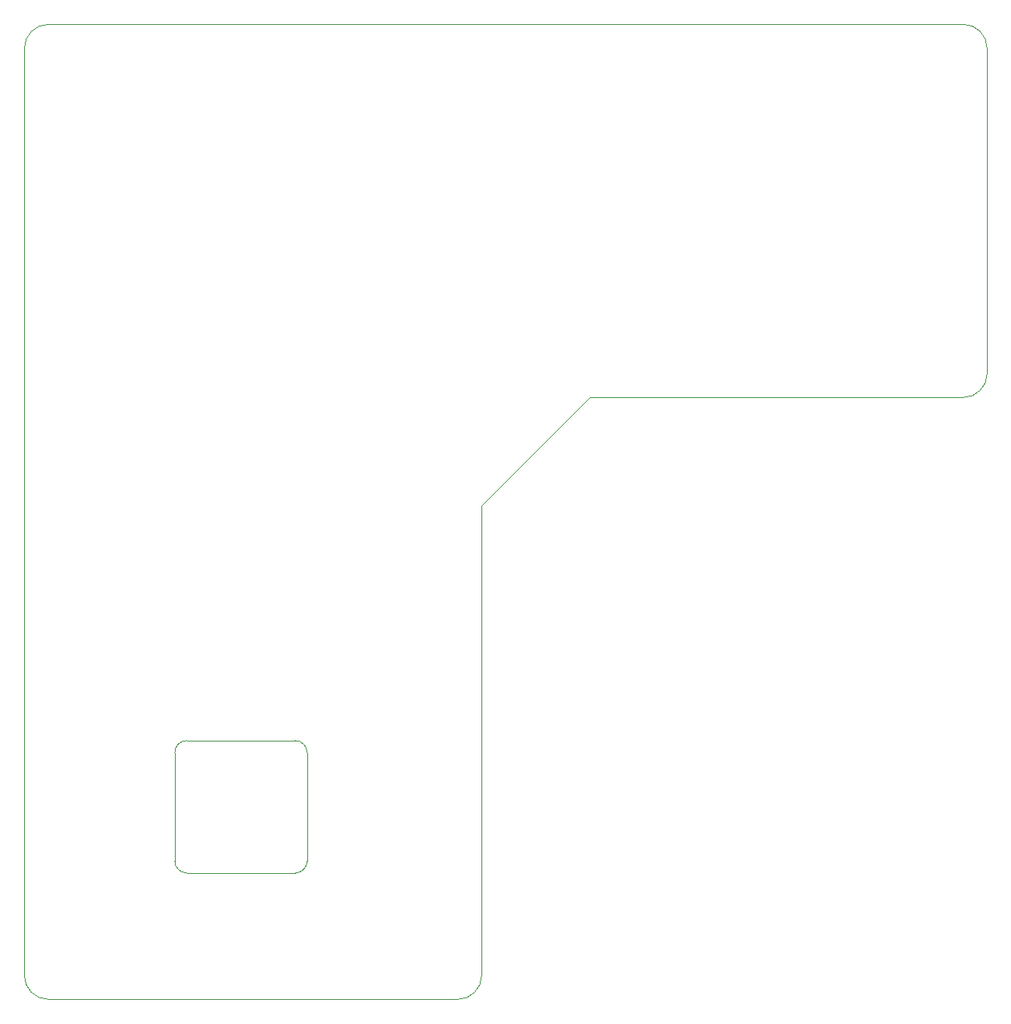
<source format=gbr>
%TF.GenerationSoftware,KiCad,Pcbnew,(5.1.6)-1*%
%TF.CreationDate,2020-11-29T15:27:34+00:00*%
%TF.ProjectId,A600 68k PLCC to DIP64,41363030-2036-4386-9b20-504c43432074,1*%
%TF.SameCoordinates,Original*%
%TF.FileFunction,Profile,NP*%
%FSLAX46Y46*%
G04 Gerber Fmt 4.6, Leading zero omitted, Abs format (unit mm)*
G04 Created by KiCad (PCBNEW (5.1.6)-1) date 2020-11-29 15:27:34*
%MOMM*%
%LPD*%
G01*
G04 APERTURE LIST*
%TA.AperFunction,Profile*%
%ADD10C,0.050000*%
%TD*%
G04 APERTURE END LIST*
D10*
X166370000Y-81280000D02*
X154940000Y-92710000D01*
X208280000Y-78740000D02*
G75*
G02*
X205740000Y-81280000I-2540000J0D01*
G01*
X205740000Y-41910000D02*
G75*
G02*
X208280000Y-44450000I0J-2540000D01*
G01*
X106680000Y-44450000D02*
G75*
G02*
X109220000Y-41910000I2540000J0D01*
G01*
X154940000Y-142240000D02*
G75*
G02*
X152400000Y-144780000I-2540000J0D01*
G01*
X109220000Y-144780000D02*
G75*
G02*
X106680000Y-142240000I0J2540000D01*
G01*
X123825000Y-131445000D02*
G75*
G02*
X122555000Y-130175000I0J1270000D01*
G01*
X136525000Y-130175000D02*
G75*
G02*
X135255000Y-131445000I-1270000J0D01*
G01*
X135255000Y-117475000D02*
G75*
G02*
X136525000Y-118745000I0J-1270000D01*
G01*
X122555000Y-118745000D02*
G75*
G02*
X123825000Y-117475000I1270000J0D01*
G01*
X123825000Y-117475000D02*
X135255000Y-117475000D01*
X122555000Y-130175000D02*
X122555000Y-118745000D01*
X135255000Y-131445000D02*
X123825000Y-131445000D01*
X136525000Y-118745000D02*
X136525000Y-130175000D01*
X166370000Y-81280000D02*
X205740000Y-81280000D01*
X205740000Y-41910000D02*
X109220000Y-41910000D01*
X208280000Y-44450000D02*
X208280000Y-78740000D01*
X106680000Y-44450000D02*
X106680000Y-142240000D01*
X154940000Y-92710000D02*
X154940000Y-142240000D01*
X152400000Y-144780000D02*
X109220000Y-144780000D01*
M02*

</source>
